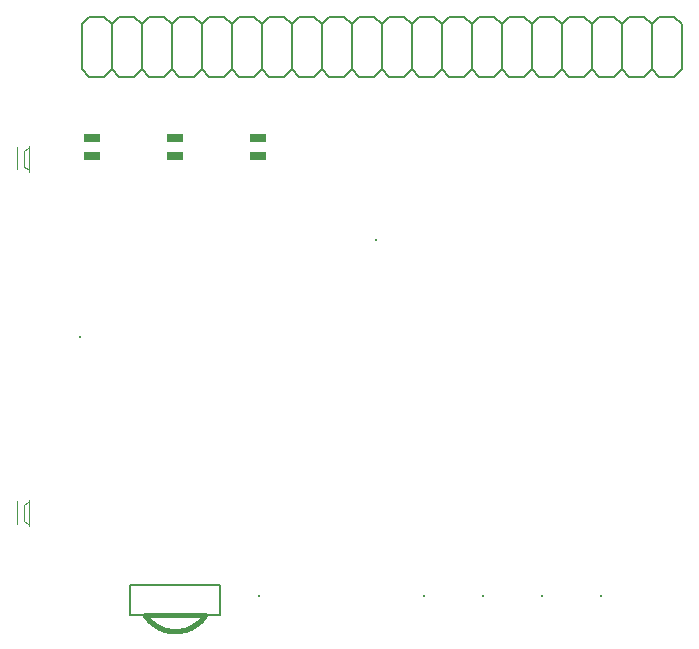
<source format=gto>
G75*
%MOIN*%
%OFA0B0*%
%FSLAX25Y25*%
%IPPOS*%
%LPD*%
%AMOC8*
5,1,8,0,0,1.08239X$1,22.5*
%
%ADD10C,0.00600*%
%ADD11C,0.00400*%
%ADD12C,0.00200*%
%ADD13R,0.05512X0.02559*%
%ADD14R,0.00787X0.00787*%
%ADD15C,0.00500*%
%ADD16C,0.01600*%
D10*
X0031953Y0198193D02*
X0036953Y0198193D01*
X0039453Y0200693D01*
X0039453Y0215693D01*
X0041953Y0218193D01*
X0046953Y0218193D01*
X0049453Y0215693D01*
X0049453Y0200693D01*
X0051953Y0198193D01*
X0056953Y0198193D01*
X0059453Y0200693D01*
X0059453Y0215693D01*
X0061953Y0218193D01*
X0066953Y0218193D01*
X0069453Y0215693D01*
X0069453Y0200693D01*
X0071953Y0198193D01*
X0076953Y0198193D01*
X0079453Y0200693D01*
X0079453Y0215693D01*
X0081953Y0218193D01*
X0086953Y0218193D01*
X0089453Y0215693D01*
X0089453Y0200693D01*
X0091953Y0198193D01*
X0096953Y0198193D01*
X0099453Y0200693D01*
X0099453Y0215693D01*
X0101953Y0218193D01*
X0106953Y0218193D01*
X0109453Y0215693D01*
X0109453Y0200693D01*
X0106953Y0198193D01*
X0101953Y0198193D01*
X0099453Y0200693D01*
X0109453Y0200693D02*
X0111953Y0198193D01*
X0116953Y0198193D01*
X0119453Y0200693D01*
X0119453Y0215693D01*
X0121953Y0218193D01*
X0126953Y0218193D01*
X0129453Y0215693D01*
X0129453Y0200693D01*
X0126953Y0198193D01*
X0121953Y0198193D01*
X0119453Y0200693D01*
X0129453Y0200693D02*
X0131953Y0198193D01*
X0136953Y0198193D01*
X0139453Y0200693D01*
X0139453Y0215693D01*
X0141953Y0218193D01*
X0146953Y0218193D01*
X0149453Y0215693D01*
X0149453Y0200693D01*
X0146953Y0198193D01*
X0141953Y0198193D01*
X0139453Y0200693D01*
X0149453Y0200693D02*
X0151953Y0198193D01*
X0156953Y0198193D01*
X0159453Y0200693D01*
X0159453Y0215693D01*
X0161953Y0218193D01*
X0166953Y0218193D01*
X0169453Y0215693D01*
X0169453Y0200693D01*
X0166953Y0198193D01*
X0161953Y0198193D01*
X0159453Y0200693D01*
X0169453Y0200693D02*
X0171953Y0198193D01*
X0176953Y0198193D01*
X0179453Y0200693D01*
X0179453Y0215693D01*
X0181953Y0218193D01*
X0186953Y0218193D01*
X0189453Y0215693D01*
X0189453Y0200693D01*
X0186953Y0198193D01*
X0181953Y0198193D01*
X0179453Y0200693D01*
X0189453Y0200693D02*
X0191953Y0198193D01*
X0196953Y0198193D01*
X0199453Y0200693D01*
X0199453Y0215693D01*
X0201953Y0218193D01*
X0206953Y0218193D01*
X0209453Y0215693D01*
X0209453Y0200693D01*
X0206953Y0198193D01*
X0201953Y0198193D01*
X0199453Y0200693D01*
X0209453Y0200693D02*
X0211953Y0198193D01*
X0216953Y0198193D01*
X0219453Y0200693D01*
X0221953Y0198193D01*
X0226953Y0198193D01*
X0229453Y0200693D01*
X0229453Y0215693D01*
X0226953Y0218193D01*
X0221953Y0218193D01*
X0219453Y0215693D01*
X0219453Y0200693D01*
X0219453Y0215693D02*
X0216953Y0218193D01*
X0211953Y0218193D01*
X0209453Y0215693D01*
X0199453Y0215693D02*
X0196953Y0218193D01*
X0191953Y0218193D01*
X0189453Y0215693D01*
X0179453Y0215693D02*
X0176953Y0218193D01*
X0171953Y0218193D01*
X0169453Y0215693D01*
X0159453Y0215693D02*
X0156953Y0218193D01*
X0151953Y0218193D01*
X0149453Y0215693D01*
X0139453Y0215693D02*
X0136953Y0218193D01*
X0131953Y0218193D01*
X0129453Y0215693D01*
X0119453Y0215693D02*
X0116953Y0218193D01*
X0111953Y0218193D01*
X0109453Y0215693D01*
X0099453Y0215693D02*
X0096953Y0218193D01*
X0091953Y0218193D01*
X0089453Y0215693D01*
X0079453Y0215693D02*
X0076953Y0218193D01*
X0071953Y0218193D01*
X0069453Y0215693D01*
X0059453Y0215693D02*
X0056953Y0218193D01*
X0051953Y0218193D01*
X0049453Y0215693D01*
X0039453Y0215693D02*
X0036953Y0218193D01*
X0031953Y0218193D01*
X0029453Y0215693D01*
X0029453Y0200693D01*
X0031953Y0198193D01*
X0039453Y0200693D02*
X0041953Y0198193D01*
X0046953Y0198193D01*
X0049453Y0200693D01*
X0059453Y0200693D02*
X0061953Y0198193D01*
X0066953Y0198193D01*
X0069453Y0200693D01*
X0079453Y0200693D02*
X0081953Y0198193D01*
X0086953Y0198193D01*
X0089453Y0200693D01*
D11*
X0011933Y0175122D02*
X0011933Y0166461D01*
X0007996Y0167248D02*
X0007996Y0174728D01*
X0011933Y0057012D02*
X0011933Y0048350D01*
X0007996Y0049138D02*
X0007996Y0056618D01*
D12*
X0010358Y0055437D02*
X0010358Y0049925D01*
X0011736Y0049138D01*
X0010358Y0055437D02*
X0011736Y0056224D01*
X0011736Y0167248D02*
X0010358Y0168035D01*
X0010358Y0173547D01*
X0011736Y0174335D01*
D13*
X0032990Y0171808D03*
X0032990Y0177608D03*
X0060549Y0177608D03*
X0060549Y0171808D03*
X0088120Y0171849D03*
X0088120Y0177649D03*
D14*
X0127484Y0143626D03*
X0029059Y0111343D03*
X0088508Y0025122D03*
X0143626Y0025122D03*
X0163311Y0025122D03*
X0182996Y0025122D03*
X0202681Y0025122D03*
D15*
X0045555Y0028685D02*
X0045555Y0018685D01*
X0050555Y0018685D01*
X0045555Y0028685D02*
X0075555Y0028685D01*
X0075555Y0018685D01*
X0070555Y0018685D01*
D16*
X0050555Y0018685D01*
X0050720Y0018444D01*
X0050890Y0018208D01*
X0051067Y0017975D01*
X0051248Y0017747D01*
X0051436Y0017524D01*
X0051628Y0017305D01*
X0051826Y0017090D01*
X0052029Y0016881D01*
X0052237Y0016677D01*
X0052450Y0016477D01*
X0052668Y0016283D01*
X0052890Y0016095D01*
X0053117Y0015911D01*
X0053348Y0015734D01*
X0053584Y0015562D01*
X0053823Y0015395D01*
X0054067Y0015235D01*
X0054314Y0015080D01*
X0054565Y0014932D01*
X0054820Y0014790D01*
X0055078Y0014654D01*
X0055339Y0014524D01*
X0055603Y0014401D01*
X0055870Y0014284D01*
X0056140Y0014173D01*
X0056413Y0014069D01*
X0056688Y0013972D01*
X0056965Y0013882D01*
X0057244Y0013798D01*
X0057526Y0013721D01*
X0057809Y0013651D01*
X0058094Y0013588D01*
X0058380Y0013532D01*
X0058667Y0013482D01*
X0058956Y0013440D01*
X0059245Y0013405D01*
X0059535Y0013376D01*
X0059826Y0013355D01*
X0060118Y0013341D01*
X0060409Y0013334D01*
X0060701Y0013334D01*
X0060992Y0013341D01*
X0061284Y0013355D01*
X0061575Y0013376D01*
X0061865Y0013405D01*
X0062154Y0013440D01*
X0062443Y0013482D01*
X0062730Y0013532D01*
X0063016Y0013588D01*
X0063301Y0013651D01*
X0063584Y0013721D01*
X0063866Y0013798D01*
X0064145Y0013882D01*
X0064422Y0013972D01*
X0064697Y0014069D01*
X0064970Y0014173D01*
X0065240Y0014284D01*
X0065507Y0014401D01*
X0065771Y0014524D01*
X0066032Y0014654D01*
X0066290Y0014790D01*
X0066545Y0014932D01*
X0066796Y0015080D01*
X0067043Y0015235D01*
X0067287Y0015395D01*
X0067526Y0015562D01*
X0067762Y0015734D01*
X0067993Y0015911D01*
X0068220Y0016095D01*
X0068442Y0016283D01*
X0068660Y0016477D01*
X0068873Y0016677D01*
X0069081Y0016881D01*
X0069284Y0017090D01*
X0069482Y0017305D01*
X0069674Y0017524D01*
X0069862Y0017747D01*
X0070043Y0017975D01*
X0070220Y0018208D01*
X0070390Y0018444D01*
X0070555Y0018685D01*
M02*

</source>
